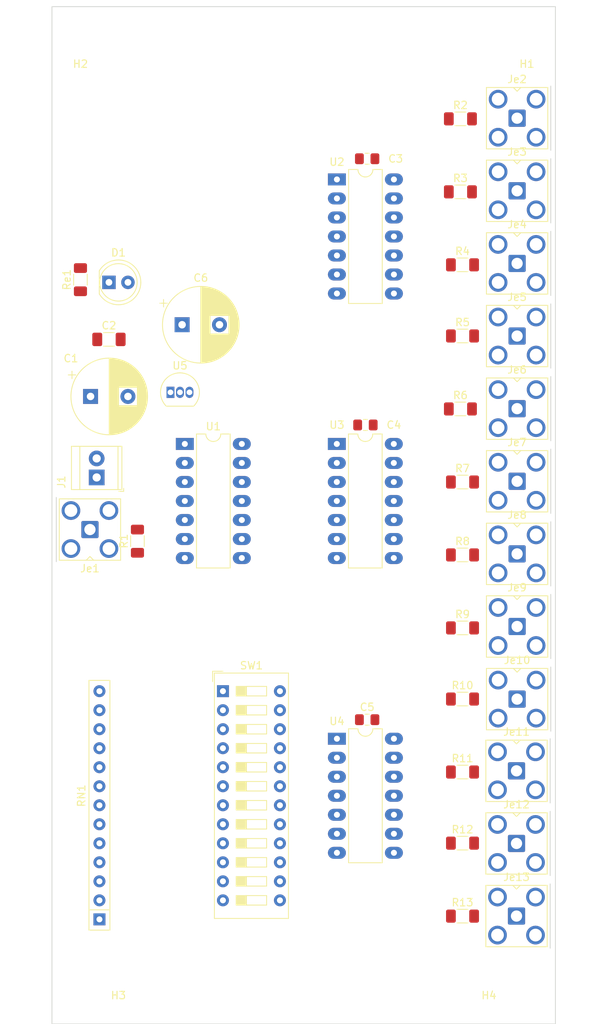
<source format=kicad_pcb>
(kicad_pcb (version 20221018) (generator pcbnew)
  (layers (0 "F.Cu" signal) (31 "B.Cu" signal) (34 "B.Paste" user) (35 "F.Paste" user) (36 "B.SilkS" user "B.Silkscreen") (37 "F.SilkS" user "F.Silkscreen") (38 "B.Mask" user) (39 "F.Mask" user) (44 "Edge.Cuts" user))
  (net 0 "")
  (net 1 "GND")
  (net 2 "VCC")
  (net 3 "IN")
  (net 4 "Net-(Je2-In)")
  (net 5 "Net-(Je3-In)")
  (net 6 "Net-(Je4-In)")
  (net 7 "Net-(Je5-In)")
  (net 8 "Net-(Je6-In)")
  (net 9 "Net-(Je7-In)")
  (net 10 "Net-(Je8-In)")
  (net 11 "Net-(Je9-In)")
  (net 12 "Net-(Je10-In)")
  (net 13 "Net-(Je11-In)")
  (net 14 "Net-(Je12-In)")
  (net 15 "Net-(Je13-In)")
  (net 16 "IN_0")
  (net 17 "IN_1")
  (net 18 "IN_2")
  (net 19 "IN_3")
  (net 20 "IN_4")
  (net 21 "IN_5")
  (net 22 "IN_6")
  (net 23 "IN_7")
  (net 24 "IN_8")
  (net 25 "IN_9")
  (net 26 "IN_10")
  (net 27 "IN_11")
  (net 28 "/4-bit fan-in-fan-out/In")
  (net 29 "/4-bit fan-in-fan-out2/In")
  (net 31 "/4-bit fan-in-fan-out1/In")
  (net 32 "Net-(D1-A)")
  (net 33 "EN_11")
  (net 34 "EN_10")
  (net 35 "EN_9")
  (net 36 "EN_8")
  (net 37 "EN_7")
  (net 38 "EN_6")
  (net 39 "EN_5")
  (net 40 "EN_4")
  (net 41 "EN_3")
  (net 42 "EN_2")
  (net 43 "EN_1")
  (net 44 "EN_0")
  (net 45 "+12V")
  (footprint "MountingHole:MountingHole_3.2mm_M3_ISO7380" (layer "F.Cu") (at 196.85 20.32 180)
    (fp_text reference "H1" (at 0 -3.85) (layer "F.SilkS"))
    (fp_text value "MountingHole")
    (pad "" np_thru_hole circle (at 0 0 180) (size 3.2 3.2) (drill 3.2) (layers "*.Cu" "*.Mask"))
  )
  (footprint "Capacitor_SMD:C_1206_3216Metric_Pad1.33x1.80mm_HandSolder" (layer "F.Cu") (at 140.97 60.96)
    (fp_text reference "C2" (at 0 -1.85) (layer "F.SilkS"))
    (fp_text value "10u")
    (pad "1" smd roundrect (at -1.5625 0) (size 1.325 1.8) (layers "F.Cu" "F.Paste" "F.Mask") (roundrect_rratio 0.188679) (net 45 "+12V"))
    (pad "2" smd roundrect (at 1.5625 0) (size 1.325 1.8) (layers "F.Cu" "F.Paste" "F.Mask") (roundrect_rratio 0.188679) (net 1 "GND"))
  )
  (footprint "Package_DIP:DIP-14_W7.62mm_LongPads" (layer "F.Cu") (at 171.435 74.925)
    (fp_text reference "U3" (at 0.015 -2.535) (layer "F.SilkS"))
    (fp_text value "74HC00")
    (pad "1" thru_hole rect (at 0 0) (size 2.4 1.6) (drill 0.8) (layers "*.Cu" "*.Mask") (net 31 "/4-bit fan-in-fan-out1/In"))
    (pad "2" thru_hole oval (at 0 2.54) (size 2.4 1.6) (drill 0.8) (layers "*.Cu" "*.Mask") (net 40 "EN_4"))
    (pad "3" thru_hole oval (at 0 5.08) (size 2.4 1.6) (drill 0.8) (layers "*.Cu" "*.Mask") (net 20 "IN_4"))
    (pad "4" thru_hole oval (at 0 7.62) (size 2.4 1.6) (drill 0.8) (layers "*.Cu" "*.Mask") (net 31 "/4-bit fan-in-fan-out1/In"))
    (pad "5" thru_hole oval (at 0 10.16) (size 2.4 1.6) (drill 0.8) (layers "*.Cu" "*.Mask") (net 39 "EN_5"))
    (pad "6" thru_hole oval (at 0 12.7) (size 2.4 1.6) (drill 0.8) (layers "*.Cu" "*.Mask") (net 21 "IN_5"))
    (pad "7" thru_hole oval (at 0 15.24) (size 2.4 1.6) (drill 0.8) (layers "*.Cu" "*.Mask") (net 1 "GND"))
    (pad "8" thru_hole oval (at 7.62 15.24) (size 2.4 1.6) (drill 0.8) (layers "*.Cu" "*.Mask") (net 23 "IN_7"))
    (pad "9" thru_hole oval (at 7.62 12.7) (size 2.4 1.6) (drill 0.8) (layers "*.Cu" "*.Mask") (net 31 "/4-bit fan-in-fan-out1/In"))
    (pad "10" thru_hole oval (at 7.62 10.16) (size 2.4 1.6) (drill 0.8) (layers "*.Cu" "*.Mask") (net 38 "EN_6"))
    (pad "11" thru_hole oval (at 7.62 7.62) (size 2.4 1.6) (drill 0.8) (layers "*.Cu" "*.Mask") (net 22 "IN_6"))
    (pad "12" thru_hole oval (at 7.62 5.08) (size 2.4 1.6) (drill 0.8) (layers "*.Cu" "*.Mask") (net 31 "/4-bit fan-in-fan-out1/In"))
    (pad "13" thru_hole oval (at 7.62 2.54) (size 2.4 1.6) (drill 0.8) (layers "*.Cu" "*.Mask") (net 37 "EN_7"))
    (pad "14" thru_hole oval (at 7.62 0) (size 2.4 1.6) (drill 0.8) (layers "*.Cu" "*.Mask") (net 2 "VCC"))
  )
  (footprint "Package_DIP:DIP-14_W7.62mm_LongPads" (layer "F.Cu") (at 171.45 114.3)
    (fp_text reference "U4" (at 0 -2.33) (layer "F.SilkS"))
    (fp_text value "74HC00")
    (pad "1" thru_hole rect (at 0 0) (size 2.4 1.6) (drill 0.8) (layers "*.Cu" "*.Mask") (net 29 "/4-bit fan-in-fan-out2/In"))
    (pad "2" thru_hole oval (at 0 2.54) (size 2.4 1.6) (drill 0.8) (layers "*.Cu" "*.Mask") (net 36 "EN_8"))
    (pad "3" thru_hole oval (at 0 5.08) (size 2.4 1.6) (drill 0.8) (layers "*.Cu" "*.Mask") (net 24 "IN_8"))
    (pad "4" thru_hole oval (at 0 7.62) (size 2.4 1.6) (drill 0.8) (layers "*.Cu" "*.Mask") (net 29 "/4-bit fan-in-fan-out2/In"))
    (pad "5" thru_hole oval (at 0 10.16) (size 2.4 1.6) (drill 0.8) (layers "*.Cu" "*.Mask") (net 35 "EN_9"))
    (pad "6" thru_hole oval (at 0 12.7) (size 2.4 1.6) (drill 0.8) (layers "*.Cu" "*.Mask") (net 25 "IN_9"))
    (pad "7" thru_hole oval (at 0 15.24) (size 2.4 1.6) (drill 0.8) (layers "*.Cu" "*.Mask") (net 1 "GND"))
    (pad "8" thru_hole oval (at 7.62 15.24) (size 2.4 1.6) (drill 0.8) (layers "*.Cu" "*.Mask") (net 27 "IN_11"))
    (pad "9" thru_hole oval (at 7.62 12.7) (size 2.4 1.6) (drill 0.8) (layers "*.Cu" "*.Mask") (net 29 "/4-bit fan-in-fan-out2/In"))
    (pad "10" thru_hole oval (at 7.62 10.16) (size 2.4 1.6) (drill 0.8) (layers "*.Cu" "*.Mask") (net 34 "EN_10"))
    (pad "11" thru_hole oval (at 7.62 7.62) (size 2.4 1.6) (drill 0.8) (layers "*.Cu" "*.Mask") (net 26 "IN_10"))
    (pad "12" thru_hole oval (at 7.62 5.08) (size 2.4 1.6) (drill 0.8) (layers "*.Cu" "*.Mask") (net 29 "/4-bit fan-in-fan-out2/In"))
    (pad "13" thru_hole oval (at 7.62 2.54) (size 2.4 1.6) (drill 0.8) (layers "*.Cu" "*.Mask") (net 33 "EN_11"))
    (pad "14" thru_hole oval (at 7.62 0) (size 2.4 1.6) (drill 0.8) (layers "*.Cu" "*.Mask") (net 2 "VCC"))
  )
  (footprint "Resistor_SMD:R_1206_3216Metric_Pad1.30x1.75mm_HandSolder" (layer "F.Cu") (at 188.24 60.5)
    (fp_text reference "R5" (at 0 -1.82) (layer "F.SilkS"))
    (fp_text value "50")
    (pad "1" smd roundrect (at -1.55 0) (size 1.3 1.75) (layers "F.Cu" "F.Paste" "F.Mask") (roundrect_rratio 0.192308) (net 19 "IN_3"))
    (pad "2" smd roundrect (at 1.55 0) (size 1.3 1.75) (layers "F.Cu" "F.Paste" "F.Mask") (roundrect_rratio 0.192308) (net 7 "Net-(Je5-In)"))
  )
  (footprint "Connector_Coaxial:SMA_Amphenol_901-143_Horizontal" (layer "F.Cu") (at 195.54 89.61 -90)
    (fp_text reference "Je8" (at -5.2 0) (layer "F.SilkS"))
    (fp_text value "Conn_Coaxial")
    (fp_line (start 4.3 -4.5) (end -4.3 -4.5) (stroke (width 0.1)) (layer "Edge.Cuts"))
    (pad "1" thru_hole roundrect (at 0 0 270) (size 2.3 2.3) (drill 1.5) (layers "*.Cu" "*.Mask") (roundrect_rratio 0.087) (net 10 "Net-(Je8-In)"))
    (pad "2" thru_hole circle (at -2.54 -2.54 270) (size 2.5 2.5) (drill 1.7) (layers "*.Cu" "*.Mask") (net 1 "GND"))
    (pad "2" thru_hole circle (at -2.54 2.54 270) (size 2.5 2.5) (drill 1.7) (layers "*.Cu" "*.Mask") (net 1 "GND"))
    (pad "2" thru_hole circle (at 2.54 -2.54 270) (size 2.5 2.5) (drill 1.7) (layers "*.Cu" "*.Mask") (net 1 "GND"))
    (pad "2" thru_hole circle (at 2.54 2.54 270) (size 2.5 2.5) (drill 1.7) (layers "*.Cu" "*.Mask") (net 1 "GND"))
  )
  (footprint "Resistor_SMD:R_1206_3216Metric_Pad1.30x1.75mm_HandSolder" (layer "F.Cu") (at 137.16 52.9825 90)
    (fp_text reference "Re1" (at 0 -1.82 90) (layer "F.SilkS"))
    (fp_text value "4.7k")
    (pad "1" smd roundrect (at -1.55 0 90) (size 1.3 1.75) (layers "F.Cu" "F.Paste" "F.Mask") (roundrect_rratio 0.192308) (net 32 "Net-(D1-A)"))
    (pad "2" smd roundrect (at 1.55 0 90) (size 1.3 1.75) (layers "F.Cu" "F.Paste" "F.Mask") (roundrect_rratio 0.192308) (net 2 "VCC"))
  )
  (footprint "Connector_Coaxial:SMA_Amphenol_901-143_Horizontal" (layer "F.Cu") (at 195.54 60.51 -90)
    (fp_text reference "Je5" (at -5.2 0) (layer "F.SilkS"))
    (fp_text value "Conn_Coaxial")
    (fp_line (start 4.3 -4.5) (end -4.3 -4.5) (stroke (width 0.1)) (layer "Edge.Cuts"))
    (pad "1" thru_hole roundrect (at 0 0 270) (size 2.3 2.3) (drill 1.5) (layers "*.Cu" "*.Mask") (roundrect_rratio 0.087) (net 7 "Net-(Je5-In)"))
    (pad "2" thru_hole circle (at -2.54 -2.54 270) (size 2.5 2.5) (drill 1.7) (layers "*.Cu" "*.Mask") (net 1 "GND"))
    (pad "2" thru_hole circle (at -2.54 2.54 270) (size 2.5 2.5) (drill 1.7) (layers "*.Cu" "*.Mask") (net 1 "GND"))
    (pad "2" thru_hole circle (at 2.54 -2.54 270) (size 2.5 2.5) (drill 1.7) (layers "*.Cu" "*.Mask") (net 1 "GND"))
    (pad "2" thru_hole circle (at 2.54 2.54 270) (size 2.5 2.5) (drill 1.7) (layers "*.Cu" "*.Mask") (net 1 "GND"))
  )
  (footprint "MountingHole:MountingHole_3.2mm_M3_ISO7380" (layer "F.Cu") (at 196.85 148.59 180)
    (fp_text reference "H4" (at 5.08 0) (layer "F.SilkS"))
    (fp_text value "MountingHole")
    (pad "" np_thru_hole circle (at 0 0 180) (size 3.2 3.2) (drill 3.2) (layers "*.Cu" "*.Mask"))
  )
  (footprint "Capacitor_THT:CP_Radial_D10.0mm_P5.00mm" (layer "F.Cu") (at 138.51 68.58)
    (fp_text reference "C1" (at -2.62 -5.08) (layer "F.SilkS"))
    (fp_text value "47u")
    (pad "1" thru_hole rect (at 0 0) (size 2 2) (drill 1) (layers "*.Cu" "*.Mask") (net 45 "+12V"))
    (pad "2" thru_hole circle (at 5 0) (size 2 2) (drill 1) (layers "*.Cu" "*.Mask") (net 1 "GND"))
  )
  (footprint "MountingHole:MountingHole_3.2mm_M3_ISO7380" (layer "F.Cu") (at 137.16 20.32 180)
    (fp_text reference "H2" (at 0 -3.85) (layer "F.SilkS"))
    (fp_text value "MountingHole")
    (pad "" np_thru_hole circle (at 0 0 180) (size 3.2 3.2) (drill 3.2) (layers "*.Cu" "*.Mask"))
  )
  (footprint "Resistor_SMD:R_1206_3216Metric_Pad1.30x1.75mm_HandSolder" (layer "F.Cu") (at 188.24 128.25)
    (fp_text reference "R12" (at 0 -1.82) (layer "F.SilkS"))
    (fp_text value "50")
    (pad "1" smd roundrect (at -1.55 0) (size 1.3 1.75) (layers "F.Cu" "F.Paste" "F.Mask") (roundrect_rratio 0.192308) (net 26 "IN_10"))
    (pad "2" smd roundrect (at 1.55 0) (size 1.3 1.75) (layers "F.Cu" "F.Paste" "F.Mask") (roundrect_rratio 0.192308) (net 14 "Net-(Je12-In)"))
  )
  (footprint "Connector_Coaxial:SMA_Amphenol_901-143_Horizontal" (layer "F.Cu") (at 195.54 79.91 -90)
    (fp_text reference "Je7" (at -5.2 0) (layer "F.SilkS"))
    (fp_text value "Conn_Coaxial")
    (fp_line (start 4.3 -4.5) (end -4.3 -4.5) (stroke (width 0.1)) (layer "Edge.Cuts"))
    (pad "1" thru_hole roundrect (at 0 0 270) (size 2.3 2.3) (drill 1.5) (layers "*.Cu" "*.Mask") (roundrect_rratio 0.087) (net 9 "Net-(Je7-In)"))
    (pad "2" thru_hole circle (at -2.54 -2.54 270) (size 2.5 2.5) (drill 1.7) (layers "*.Cu" "*.Mask") (net 1 "GND"))
    (pad "2" thru_hole circle (at -2.54 2.54 270) (size 2.5 2.5) (drill 1.7) (layers "*.Cu" "*.Mask") (net 1 "GND"))
    (pad "2" thru_hole circle (at 2.54 -2.54 270) (size 2.5 2.5) (drill 1.7) (layers "*.Cu" "*.Mask") (net 1 "GND"))
    (pad "2" thru_hole circle (at 2.54 2.54 270) (size 2.5 2.5) (drill 1.7) (layers "*.Cu" "*.Mask") (net 1 "GND"))
  )
  (footprint "Resistor_SMD:R_1206_3216Metric_Pad1.30x1.75mm_HandSolder" (layer "F.Cu") (at 144.78 87.91 90)
    (fp_text reference "R1" (at 0 -1.82 90) (layer "F.SilkS"))
    (fp_text value "50")
    (pad "1" smd roundrect (at -1.55 0 90) (size 1.3 1.75) (layers "F.Cu" "F.Paste" "F.Mask") (roundrect_rratio 0.192308) (net 1 "GND"))
    (pad "2" smd roundrect (at 1.55 0 90) (size 1.3 1.75) (layers "F.Cu" "F.Paste" "F.Mask") (roundrect_rratio 0.192308) (net 3 "IN"))
  )
  (footprint "Resistor_SMD:R_1206_3216Metric_Pad1.30x1.75mm_HandSolder" (layer "F.Cu") (at 188.24 138)
    (fp_text reference "R13" (at 0 -1.82) (layer "F.SilkS"))
    (fp_text value "50")
    (pad "1" smd roundrect (at -1.55 0) (size 1.3 1.75) (layers "F.Cu" "F.Paste" "F.Mask") (roundrect_rratio 0.192308) (net 27 "IN_11"))
    (pad "2" smd roundrect (at 1.55 0) (size 1.3 1.75) (layers "F.Cu" "F.Paste" "F.Mask") (roundrect_rratio 0.192308) (net 15 "Net-(Je13-In)"))
  )
  (footprint "Connector_Coaxial:SMA_Amphenol_901-143_Horizontal" (layer "F.Cu") (at 195.46 137.99 -90)
    (fp_text reference "Je13" (at -5.2 0) (layer "F.SilkS"))
    (fp_text value "Conn_Coaxial")
    (fp_line (start 4.3 -4.5) (end -4.3 -4.5) (stroke (width 0.1)) (layer "Edge.Cuts"))
    (pad "1" thru_hole roundrect (at 0 0 270) (size 2.3 2.3) (drill 1.5) (layers "*.Cu" "*.Mask") (roundrect_rratio 0.087) (net 15 "Net-(Je13-In)"))
    (pad "2" thru_hole circle (at -2.54 -2.54 270) (size 2.5 2.5) (drill 1.7) (layers "*.Cu" "*.Mask") (net 1 "GND"))
    (pad "2" thru_hole circle (at -2.54 2.54 270) (size 2.5 2.5) (drill 1.7) (layers "*.Cu" "*.Mask") (net 1 "GND"))
    (pad "2" thru_hole circle (at 2.54 -2.54 270) (size 2.5 2.5) (drill 1.7) (layers "*.Cu" "*.Mask") (net 1 "GND"))
    (pad "2" thru_hole circle (at 2.54 2.54 270) (size 2.5 2.5) (drill 1.7) (layers "*.Cu" "*.Mask") (net 1 "GND"))
  )
  (footprint "Package_TO_SOT_THT:TO-92_Inline" (layer "F.Cu") (at 149.195354 68.03)
    (fp_text reference "U5" (at 1.27 -3.56) (layer "F.SilkS"))
    (fp_text value "LM78L05_TO92")
    (pad "1" thru_hole rect (at 0 0) (size 1.05 1.5) (drill 0.75) (layers "*.Cu" "*.Mask") (net 2 "VCC"))
    (pad "2" thru_hole oval (at 1.27 0) (size 1.05 1.5) (drill 0.75) (layers "*.Cu" "*.Mask") (net 1 "GND"))
    (pad "3" thru_hole oval (at 2.54 0) (size 1.05 1.5) (drill 0.75) (layers "*.Cu" "*.Mask") (net 45 "+12V"))
  )
  (footprint "Resistor_SMD:R_1206_3216Metric_Pad1.30x1.75mm_HandSolder" (layer "F.Cu") (at 188.24 80.01)
    (fp_text reference "R7" (at 0 -1.82) (layer "F.SilkS"))
    (fp_text value "50")
    (pad "1" smd roundrect (at -1.55 0) (size 1.3 1.75) (layers "F.Cu" "F.Paste" "F.Mask") (roundrect_rratio 0.192308) (net 21 "IN_5"))
    (pad "2" smd roundrect (at 1.55 0) (size 1.3 1.75) (layers "F.Cu" "F.Paste" "F.Mask") (roundrect_rratio 0.192308) (net 9 "Net-(Je7-In)"))
  )
  (footprint "Connector_Coaxial:SMA_Amphenol_901-143_Horizontal" (layer "F.Cu") (at 195.54 70.21 -90)
    (fp_text reference "Je6" (at -5.2 0) (layer "F.SilkS"))
    (fp_text value "Conn_Coaxial")
    (fp_line (start 4.3 -4.5) (end -4.3 -4.5) (stroke (width 0.1)) (layer "Edge.Cuts"))
    (pad "1" thru_hole roundrect (at 0 0 270) (size 2.3 2.3) (drill 1.5) (layers "*.Cu" "*.Mask") (roundrect_rratio 0.087) (net 8 "Net-(Je6-In)"))
    (pad "2" thru_hole circle (at -2.54 -2.54 270) (size 2.5 2.5) (drill 1.7) (layers "*.Cu" "*.Mask") (net 1 "GND"))
    (pad "2" thru_hole circle (at -2.54 2.54 270) (size 2.5 2.5) (drill 1.7) (layers "*.Cu" "*.Mask") (net 1 "GND"))
    (pad "2" thru_hole circle (at 2.54 -2.54 270) (size 2.5 2.5) (drill 1.7) (layers "*.Cu" "*.Mask") (net 1 "GND"))
    (pad "2" thru_hole circle (at 2.54 2.54 270) (size 2.5 2.5) (drill 1.7) (layers "*.Cu" "*.Mask") (net 1 "GND"))
  )
  (footprint "Capacitor_THT:CP_Radial_D10.0mm_P5.00mm" (layer "F.Cu") (at 150.75 59)
    (fp_text reference "C6" (at 2.5 -6.25) (layer "F.SilkS"))
    (fp_text value "47u")
    (pad "1" thru_hole rect (at 0 0) (size 2 2) (drill 1) (layers "*.Cu" "*.Mask") (net 2 "VCC"))
    (pad "2" thru_hole circle (at 5 0) (size 2 2) (drill 1) (layers "*.Cu" "*.Mask") (net 1 "GND"))
  )
  (footprint "Package_DIP:DIP-14_W7.62mm_LongPads" (layer "F.Cu") (at 171.45 39.59)
    (fp_text reference "U2" (at 0 -2.33) (layer "F.SilkS"))
    (fp_text value "74HC00")
    (pad "1" thru_hole rect (at 0 0) (size 2.4 1.6) (drill 0.8) (layers "*.Cu" "*.Mask") (net 28 "/4-bit fan-in-fan-out/In"))
    (pad "2" thru_hole oval (at 0 2.54) (size 2.4 1.6) (drill 0.8) (layers "*.Cu" "*.Mask") (net 44 "EN_0"))
    (pad "3" thru_hole oval (at 0 5.08) (size 2.4 1.6) (drill 0.8) (layers "*.Cu" "*.Mask") (net 16 "IN_0"))
    (pad "4" thru_hole oval (at 0 7.62) (size 2.4 1.6) (drill 0.8) (layers "*.Cu" "*.Mask") (net 28 "/4-bit fan-in-fan-out/In"))
    (pad "5" thru_hole oval (at 0 10.16) (size 2.4 1.6) (drill 0.8) (layers "*.Cu" "*.Mask") (net 43 "EN_1"))
    (pad "6" thru_hole oval (at 0 12.7) (size 2.4 1.6) (drill 0.8) (layers "*.Cu" "*.Mask") (net 17 "IN_1"))
    (pad "7" thru_hole oval (at 0 15.24) (size 2.4 1.6) (drill 0.8) (layers "*.Cu" "*.Mask") (net 1 "GND"))
    (pad "8" thru_hole oval (at 7.62 15.24) (size 2.4 1.6) (drill 0.8) (layers "*.Cu" "*.Mask") (net 19 "IN_3"))
    (pad "9" thru_hole oval (at 7.62 12.7) (size 2.4 1.6) (drill 0.8) (layers "*.Cu" "*.Mask") (net 28 "/4-bit fan-in-fan-out/In"))
    (pad "10" thru_hole oval (at 7.62 10.16) (size 2.4 1.6) (drill 0.8) (layers "*.Cu" "*.Mask") (net 42 "EN_2"))
    (pad "11" thru_hole oval (at 7.62 7.62) (size 2.4 1.6) (drill 0.8) (layers "*.Cu" "*.Mask") (net 18 "IN_2"))
    (pad "12" thru_hole oval (at 7.62 5.08) (size 2.4 1.6) (drill 0.8) (layers "*.Cu" "*.Mask") (net 28 "/4-bit fan-in-fan-out/In"))
    (pad "13" thru_hole oval (at 7.62 2.54) (size 2.4 1.6) (drill 0.8) (layers "*.Cu" "*.Mask") (net 41 "EN_3"))
    (pad "14" thru_hole oval (at 7.62 0) (size 2.4 1.6) (drill 0.8) (layers "*.Cu" "*.Mask") (net 2 "VCC"))
  )
  (footprint "Connector_Coaxial:SMA_Amphenol_901-143_Horizontal" (layer "F.Cu") (at 195.54 50.81 -90)
    (fp_text reference "Je4" (at -5.2 0) (layer "F.SilkS"))
    (fp_text value "Conn_Coaxial")
    (fp_line (start 4.3 -4.5) (end -4.3 -4.5) (stroke (width 0.1)) (layer "Edge.Cuts"))
    (pad "1" thru_hole roundrect (at 0 0 270) (size 2.3 2.3) (drill 1.5) (layers "*.Cu" "*.Mask") (roundrect_rratio 0.087) (net 6 "Net-(Je4-In)"))
    (pad "2" thru_hole circle (at -2.54 -2.54 270) (size 2.5 2.5) (drill 1.7) (layers "*.Cu" "*.Mask") (net 1 "GND"))
    (pad "2" thru_hole circle (at -2.54 2.54 270) (size 2.5 2.5) (drill 1.7) (layers "*.Cu" "*.Mask") (net 1 "GND"))
    (pad "2" thru_hole circle (at 2.54 -2.54 270) (size 2.5 2.5) (drill 1.7) (layers "*.Cu" "*.Mask") (net 1 "GND"))
    (pad "2" thru_hole circle (at 2.54 2.54 270) (size 2.5 2.5) (drill 1.7) (layers "*.Cu" "*.Mask") (net 1 "GND"))
  )
  (footprint "TerminalBlock_TE-Connectivity:TerminalBlock_TE_282834-2_1x02_P2.54mm_Horizontal" (layer "F.Cu") (at 139.33 79.4 90)
    (fp_text reference "J1" (at -0.61 -4.71 90) (layer "F.SilkS"))
    (fp_text value "Screw_Terminal_01x02")
    (pad "1" thru_hole rect (at 0 0 90) (size 2.1 2.1) (drill 1.1) (layers "*.Cu" "*.Mask") (net 1 "GND"))
    (pad "2" thru_hole circle (at 2.54 0 90) (size 2.1 2.1) (drill 1.1) (layers "*.Cu" "*.Mask") (net 45 "+12V"))
  )
  (footprint "Resistor_SMD:R_1206_3216Metric_Pad1.30x1.75mm_HandSolder" (layer "F.Cu") (at 188.24 51)
    (fp_text reference "R4" (at 0 -1.82) (layer "F.SilkS"))
    (fp_text value "50")
    (pad "1" smd roundrect (at -1.55 0) (size 1.3 1.75) (layers "F.Cu" "F.Paste" "F.Mask") (roundrect_rratio 0.192308) (net 18 "IN_2"))
    (pad "2" smd roundrect (at 1.55 0) (size 1.3 1.75) (layers "F.Cu" "F.Paste" "F.Mask") (roundrect_rratio 0.192308) (net 6 "Net-(Je4-In)"))
  )
  (footprint "Connector_Coaxial:SMA_Amphenol_901-143_Horizontal" (layer "F.Cu") (at 195.46 128.29 -90)
    (fp_text reference "Je12" (at -5.2 0) (layer "F.SilkS"))
    (fp_text value "Conn_Coaxial")
    (fp_line (start 4.3 -4.5) (end -4.3 -4.5) (stroke (width 0.1)) (layer "Edge.Cuts"))
    (pad "1" thru_hole roundrect (at 0 0 270) (size 2.3 2.3) (drill 1.5) (layers "*.Cu" "*.Mask") (roundrect_rratio 0.087) (net 14 "Net-(Je12-In)"))
    (pad "2" thru_hole circle (at -2.54 -2.54 270) (size 2.5 2.5) (drill 1.7) (layers "*.Cu" "*.Mask") (net 1 "GND"))
    (pad "2" thru_hole circle (at -2.54 2.54 270) (size 2.5 2.5) (drill 1.7) (layers "*.Cu" "*.Mask") (net 1 "GND"))
    (pad "2" thru_hole circle (at 2.54 -2.54 270) (size 2.5 2.5) (drill 1.7) (layers "*.Cu" "*.Mask") (net 1 "GND"))
    (pad "2" thru_hole circle (at 2.54 2.54 270) (size 2.5 2.5) (drill 1.7) (layers "*.Cu" "*.Mask") (net 1 "GND"))
  )
  (footprint "Resistor_SMD:R_1206_3216Metric_Pad1.30x1.75mm_HandSolder" (layer "F.Cu") (at 188.24 109)
    (fp_text reference "R10" (at 0 -1.82) (layer "F.SilkS"))
    (fp_text value "50")
    (pad "1" smd roundrect (at -1.55 0) (size 1.3 1.75) (layers "F.Cu" "F.Paste" "F.Mask") (roundrect_rratio 0.192308) (net 24 "IN_8"))
    (pad "2" smd roundrect (at 1.55 0) (size 1.3 1.75) (layers "F.Cu" "F.Paste" "F.Mask") (roundrect_rratio 0.192308) (net 12 "Net-(Je10-In)"))
  )
  (footprint "Connector_Coaxial:SMA_Amphenol_901-143_Horizontal" (layer "F.Cu") (at 195.54 41.11 -90)
    (fp_text reference "Je3" (at -5.2 0) (layer "F.SilkS"))
    (fp_text value "Conn_Coaxial")
    (fp_line (start 4.3 -4.5) (end -4.3 -4.5) (stroke (width 0.1)) (layer "Edge.Cuts"))
    (pad "1" thru_hole roundrect (at 0 0 270) (size 2.3 2.3) (drill 1.5) (layers "*.Cu" "*.Mask") (roundrect_rratio 0.087) (net 5 "Net-(Je3-In)"))
    (pad "2" thru_hole circle (at -2.54 -2.54 270) (size 2.5 2.5) (drill 1.7) (layers "*.Cu" "*.Mask") (net 1 "GND"))
    (pad "2" thru_hole circle (at -2.54 2.54 270) (size 2.5 2.5) (drill 1.7) (layers "*.Cu" "*.Mask") (net 1 "GND"))
    (pad "2" thru_hole circle (at 2.54 -2.54 270) (size 2.5 2.5) (drill 1.7) (layers "*.Cu" "*.Mask") (net 1 "GND"))
    (pad "2" thru_hole circle (at 2.54 2.54 270) (size 2.5 2.5) (drill 1.7) (layers "*.Cu" "*.Mask") (net 1 "GND"))
  )
  (footprint "Resistor_SMD:R_1206_3216Metric_Pad1.30x1.75mm_HandSolder" (layer "F.Cu") (at 188.24 118.75)
    (fp_text reference "R11" (at 0 -1.82) (layer "F.SilkS"))
    (fp_text value "50")
    (pad "1" smd roundrect (at -1.55 0) (size 1.3 1.75) (layers "F.Cu" "F.Paste" "F.Mask") (roundrect_rratio 0.192308) (net 25 "IN_9"))
    (pad "2" smd roundrect (at 1.55 0) (size 1.3 1.75) (layers "F.Cu" "F.Paste" "F.Mask") (roundrect_rratio 0.192308) (net 13 "Net-(Je11-In)"))
  )
  (footprint "Resistor_THT:R_Array_SIP13" (layer "F.Cu") (at 139.7 138.43 90)
    (fp_text reference "RN1" (at 16.51 -2.4 90) (layer "F.SilkS"))
    (fp_text value "1K")
    (pad "1" thru_hole rect (at 0 0 90) (size 1.6 1.6) (drill 0.8) (layers "*.Cu" "*.Mask") (net 2 "VCC"))
    (pad "2" thru_hole oval (at 2.54 0 90) (size 1.6 1.6) (drill 0.8) (layers "*.Cu" "*.Mask") (net 33 "EN_11"))
    (pad "3" thru_hole oval (at 5.08 0 90) (size 1.6 1.6) (drill 0.8) (layers "*.Cu" "*.Mask") (net 34 "EN_10"))
    (pad "4" thru_hole oval (at 7.62 0 90) (size 1.6 1.6) (drill 0.8) (layers "*.Cu" "*.Mask") (net 35 "EN_9"))
    (pad "5" thru_hole oval (at 10.16 0 90) (size 1.6 1.6) (drill 0.8) (layers "*.Cu" "*.Mask") (net 36 "EN_8"))
    (pad "6" thru_hole oval (at 12.7 0 90) (size 1.6 1.6) (drill 0.8) (layers "*.Cu" "*.Mask") (net 37 "EN_7"))
    (pad "7" thru_hole oval (at 15.24 0 90) (size 1.6 1.6) (drill 0.8) (layers "*.Cu" "*.Mask") (net 38 "EN_6"))
    (pad "8" thru_hole oval (at 17.78 0 90) (size 1.6 1.6) (drill 0.8) (layers "*.Cu" "*.Mask") (net 39 "EN_5"))
    (pad "9" thru_hole oval (at 20.32 0 90) (size 1.6 1.6) (drill 0.8) (layers "*.Cu" "*.Mask") (net 40 "EN_4"))
    (pad "10" thru_hole oval (at 22.86 0 90) (size 1.6 1.6) (drill 0.8) (layers "*.Cu" "*.Mask") (net 41 "EN_3"))
    (pad "11" thru_hole oval (at 25.4 0 90) (size 1.6 1.6) (drill 0.8) (layers "*.Cu" "*.Mask") (net 42 "EN_2"))
    (pad "12" thru_hole oval (at 27.94 0 90) (size 1.6 1.6) (drill 0.8) (layers "*.Cu" "*.Mask") (net 43 "EN_1"))
    (pad "13" thru_hole oval (at 30.48 0 90) (size 1.6 1.6) (drill 0.8) (layers "*.Cu" "*.Mask") (net 44 "EN_0"))
  )
  (footprint "Resistor_SMD:R_1206_3216Metric_Pad1.30x1.75mm_HandSolder" (layer "F.Cu") (at 187.96 70.25)
    (fp_text reference "R6" (at 0 -1.82) (layer "F.SilkS"))
    (fp_text value "50")
    (pad "1" smd roundrect (at -1.55 0) (size 1.3 1.75) (layers "F.Cu" "F.Paste" "F.Mask") (roundrect_rratio 0.192308) (net 20 "IN_4"))
    (pad "2" smd roundrect (at 1.55 0) (size 1.3 1.75) (layers "F.Cu" "F.Paste" "F.Mask") (roundrect_rratio 0.192308) (net 8 "Net-(Je6-In)"))
  )
  (footprint "Connector_Coaxial:SMA_Amphenol_901-143_Horizontal" (layer "F.Cu") (at 195.54 99.31 -90)
    (fp_text reference "Je9" (at -5.2 0) (layer "F.SilkS"))
    (fp_text value "Conn_Coaxial")
    (fp_line (start 4.3 -4.5) (end -4.3 -4.5) (stroke (width 0.1)) (layer "Edge.Cuts"))
    (pad "1" thru_hole roundrect (at 0 0 270) (size 2.3 2.3) (drill 1.5) (layers "*.Cu" "*.Mask") (roundrect_rratio 0.087) (net 11 "Net-(Je9-In)"))
    (pad "2" thru_hole circle (at -2.54 -2.54 270) (size 2.5 2.5) (drill 1.7) (layers "*.Cu" "*.Mask") (net 1 "GND"))
    (pad "2" thru_hole circle (at -2.54 2.54 270) (size 2.5 2.5) (drill 1.7) (layers "*.Cu" "*.Mask") (net 1 "GND"))
    (pad "2" thru_hole circle (at 2.54 -2.54 270) (size 2.5 2.5) (drill 1.7) (layers "*.Cu" "*.Mask") (net 1 "GND"))
    (pad "2" thru_hole circle (at 2.54 2.54 270) (size 2.5 2.5) (drill 1.7) (layers "*.Cu" "*.Mask") (net 1 "GND"))
  )
  (footprint "LED_THT:LED_D5.0mm_IRGrey" (layer "F.Cu") (at 140.97 53.34)
    (fp_text reference "D1" (at 1.27 -3.96) (layer "F.SilkS"))
    (fp_text value "LED")
    (pad "1" thru_hole rect (at 0 0) (size 1.8 1.8) (drill 0.9) (layers "*.Cu" "*.Mask") (net 1 "GND"))
    (pad "2" thru_hole circle (at 2.54 0) (size 1.8 1.8) (drill 0.9) (layers "*.Cu" "*.Mask") (net 32 "Net-(D1-A)"))
  )
  (footprint "Resistor_SMD:R_1206_3216Metric_Pad1.30x1.75mm_HandSolder" (layer "F.Cu") (at 187.96 31.5)
    (fp_text reference "R2" (at 0 -1.82) (layer "F.SilkS"))
    (fp_text value "50")
    (pad "1" smd roundrect (at -1.55 0) (size 1.3 1.75) (layers "F.Cu" "F.Paste" "F.Mask") (roundrect_rratio 0.192308) (net 16 "IN_0"))
    (pad "2" smd roundrect (at 1.55 0) (size 1.3 1.75) (layers "F.Cu" "F.Paste" "F.Mask") (roundrect_rratio 0.192308) (net 4 "Net-(Je2-In)"))
  )
  (footprint "Resistor_SMD:R_1206_3216Metric_Pad1.30x1.75mm_HandSolder" (layer "F.Cu") (at 188.24 89.75)
    (fp_text reference "R8" (at 0 -1.82) (layer "F.SilkS"))
    (fp_text value "50")
    (pad "1" smd roundrect (at -1.55 0) (size 1.3 1.75) (layers "F.Cu" "F.Paste" "F.Mask") (roundrect_rratio 0.192308) (net 22 "IN_6"))
    (pad "2" smd roundrect (at 1.55 0) (size 1.3 1.75) (layers "F.Cu" "F.Paste" "F.Mask") (roundrect_rratio 0.192308) (net 10 "Net-(Je8-In)"))
  )
  (footprint "MountingHole:MountingHole_3.2mm_M3_ISO7380" (layer "F.Cu") (at 137.16 148.59 180)
    (fp_text reference "H3" (at -5.08 0) (layer "F.SilkS"))
    (fp_text value "MountingHole")
    (pad "" np_thru_hole circle (at 0 0 180) (size 3.2 3.2) (drill 3.2) (layers "*.Cu" "*.Mask"))
  )
  (footprint "Connector_Coaxial:SMA_Amphenol_901-143_Horizontal" (layer "F.Cu") (at 195.54 109.01 -90)
    (fp_text reference "Je10" (at -5.2 0) (layer "F.SilkS"))
    (fp_text value "Conn_Coaxial")
    (fp_line (start 4.3 -4.5) (end -4.3 -4.5) (stroke (width 0.1)) (layer "Edge.Cuts"))
    (pad "1" thru_hole roundrect (at 0 0 270) (size 2.3 2.3) (drill 1.5) (layers "*.Cu" "*.Mask") (roundrect_rratio 0.087) (net 12 "Net-(Je10-In)"))
    (pad "2" thru_hole circle (at -2.54 -2.54 270) (size 2.5 2.5) (drill 1.7) (layers "*.Cu" "*.Mask") (net 1 "GND"))
    (pad "2" thru_hole circle (at -2.54 2.54 270) (size 2.5 2.5) (drill 1.7) (layers "*.Cu" "*.Mask") (net 1 "GND"))
    (pad "2" thru_hole circle (at 2.54 -2.54 270) (size 2.5 2.5) (drill 1.7) (layers "*.Cu" "*.Mask") (net 1 "GND"))
    (pad "2" thru_hole circle (at 2.54 2.54 270) (size 2.5 2.5) (drill 1.7) (layers "*.Cu" "*.Mask") (net 1 "GND"))
  )
  (footprint "Button_Switch_THT:SW_DIP_SPSTx12_Slide_9.78x32.66mm_W7.62mm_P2.54mm" (layer "F.Cu") (at 156.21 107.95)
    (fp_text reference "SW1" (at 3.81 -3.42) (layer "F.SilkS"))
    (fp_text value "SW_DIP_x12")
    (pad "1" thru_hole rect (at 0 0) (size 1.6 1.6) (drill 0.8) (layers "*.Cu" "*.Mask") (net 44 "EN_0"))
    (pad "2" thru_hole oval (at 0 2.54) (size 1.6 1.6) (drill 0.8) (layers "*.Cu" "*.Mask") (net 43 "EN_1"))
    (pad "3" thru_hole oval (at 0 5.08) (size 1.6 1.6) (drill 0.8) (layers "*.Cu" "*.Mask") (net 42 "EN_2"))
    (pad "4" thru_hole oval (at 0 7.62) (size 1.6 1.6) (drill 0.8) (layers "*.Cu" "*.Mask") (net 41 "EN_3"))
    (pad "5" thru_hole oval (at 0 10.16) (size 1.6 1.6) (drill 0.8) (layers "*.Cu" "*.Mask") (net 40 "EN_4"))
    (pad "6" thru_hole oval (at 0 12.7) (size 1.6 1.6) (drill 0.8) (layers "*.Cu" "*.Mask") (net 39 "EN_5"))
    (pad "7" thru_hole oval (at 0 15.24) (size 1.6 1.6) (drill 0.8) (layers "*.Cu" "*.Mask") (net 38 "EN_6"))
    (pad "8" thru_hole oval (at 0 17.78) (size 1.6 1.6) (drill 0.8) (layers "*.Cu" "*.Mask") (net 37 "EN_7"))
    (pad "9" thru_hole oval (at 0 20.32) (size 1.6 1.6) (drill 0.8) (layers "*.Cu" "*.Mask") (net 36 "EN_8"))
    (pad "10" thru_hole oval (at 0 22.86) (size 1.6 1.6) (drill 0.8) (layers "*.Cu" "*.Mask") (net 35 "EN_9"))
    (pad "11" thru_hole oval (at 0 25.4) (size 1.6 1.6) (drill 0.8) (layers "*.Cu" "*.Mask") (net 34 "EN_10"))
    (pad "12" thru_hole oval (at 0 27.94) (size 1.6 1.6) (drill 0.8) (layers "*.Cu" "*.Mask") (net 33 "EN_11"))
    (pad "13" thru_hole oval (at 7.62 27.94) (size 1.6 1.6) (drill 0.8) (layers "*.Cu" "*.Mask") (net 1 "GND"))
    (pad "14" thru_hole oval (at 7.62 25.4) (size 1.6 1.6) (drill 0.8) (layers "*.Cu" "*.Mask") (net 1 "GND"))
    (pad "15" thru_hole oval (at 7.62 22.86) (size 1.6 1.6) (drill 0.8) (layers "*.Cu" "*.Mask") (net 1 "GND"))
    (pad "16" thru_hole oval (at 7.62 20.32) (size 1.6 1.6) (drill 0.8) (layers "*.Cu" "*.Mask") (net 1 "GND"))
    (pad "17" thru_hole oval (at 7.62 17.78) (size 1.6 1.6) (drill 0.8) (layers "*.Cu" "*.Mask") (net 1 "GND"))
    (pad "18" thru_hole oval (at 7.62 15.24) (size 1.6 1.6) (drill 0.8) (layers "*.Cu" "*.Mask") (net 1 "GND"))
    (pad "19" thru_hole oval (at 7.62 12.7) (size 1.6 1.6) (drill 0.8) (layers "*.Cu" "*.Mask") (net 1 "GND"))
    (pad "20" thru_hole oval (at 7.62 10.16) (size 1.6 1.6) (drill 0.8) (layers "*.Cu" "*.Mask") (net 1 "GND"))
    (pad "21" thru_hole oval (at 7.62 7.62) (size 1.6 1.6) (drill 0.8) (layers "*.Cu" "*.Mask") (net 1 "GND"))
    (pad "22" thru_hole oval (at 7.62 5.08) (size 1.6 1.6) (drill 0.8) (layers "*.Cu" "*.Mask") (net 1 "GND"))
    (pad "23" thru_hole oval (at 7.62 2.54) (size 1.6 1.6) (drill 0.8) (layers "*.Cu" "*.Mask") (net 1 "GND"))
    (pad "24" thru_hole oval (at 7.62 0) (size 1.6 1.6) (drill 0.8) (layers "*.Cu" "*.Mask") (net 1 "GND"))
  )
  (footprint "Capacitor_SMD:C_0805_2012Metric_Pad1.18x1.45mm_HandSolder" (layer "F.Cu") (at 175.26 72.39)
    (fp_text reference "C4" (at 3.81 0) (layer "F.SilkS"))
    (fp_text value "100n")
    (pad "1" smd roundrect (at -1.0375 0) (size 1.175 1.45) (layers "F.Cu" "F.Paste" "F.Mask") (roundrect_rratio 0.212766) (net 2 "VCC"))
    (pad "2" smd roundrect (at 1.0375 0) (size 1.175 1.45) (layers "F.Cu" "F.Paste" "F.Mask") (roundrect_rratio 0.212766) (net 1 "GND"))
  )
  (footprint "Capacitor_SMD:C_0805_2012Metric_Pad1.18x1.45mm_HandSolder" (layer "F.Cu") (at 175.4925 36.83 180)
    (fp_text reference "C3" (at -3.81 0) (layer "F.SilkS"))
    (fp_text value "100n")
    (pad "1" smd roundrect (at -1.0375 0 180) (size 1.175 1.45) (layers "F.Cu" "F.Paste" "F.Mask") (roundrect_rratio 0.212766) (net 2 "VCC"))
    (pad "2" smd roundrect (at 1.0375 0 180) (size 1.175 1.45) (layers "F.Cu" "F.Paste" "F.Mask") (roundrect_rratio 0.212766) (net 1 "GND"))
  )
  (footprint "Capacitor_SMD:C_0805_2012Metric_Pad1.18x1.45mm_HandSolder" (layer "F.Cu") (at 175.4925 111.76)
    (fp_text reference "C5" (at 0 -1.68) (layer "F.SilkS"))
    (fp_text value "100n")
    (pad "1" smd roundrect (at -1.0375 0) (size 1.175 1.45) (layers "F.Cu" "F.Paste" "F.Mask") (roundrect_rratio 0.212766) (net 2 "VCC"))
    (pad "2" smd roundrect (at 1.0375 0) (size 1.175 1.45) (layers "F.Cu" "F.Paste" "F.Mask") (roundrect_rratio 0.212766) (net 1 "GND"))
  )
  (footprint "Resistor_SMD:R_1206_3216Metric_Pad1.30x1.75mm_HandSolder" (layer "F.Cu") (at 188.24 99.5)
    (fp_text reference "R9" (at 0 -1.82) (layer "F.SilkS"))
    (fp_text value "50")
    (pad "1" smd roundrect (at -1.55 0) (size 1.3 1.75) (layers "F.Cu" "F.Paste" "F.Mask") (roundrect_rratio 0.192308) (net 23 "IN_7"))
    (pad "2" smd roundrect (at 1.55 0) (size 1.3 1.75) (layers "F.Cu" "F.Paste" "F.Mask") (roundrect_rratio 0.192308) (net 11 "Net-(Je9-In)"))
  )
  (footprint "Connector_Coaxial:SMA_Amphenol_901-143_Horizontal" (layer "F.Cu") (at 138.43 86.36 90)
    (fp_text reference "Je1" (at -5.2 0) (layer "F.SilkS"))
    (fp_text value "Conn_Coaxial")
    (fp_line (start 4.3 -4.5) (end -4.3 -4.5) (stroke (width 0.1)) (layer "Edge.Cuts"))
    (pad "1" thru_hole roundrect (at 0 0 90) (size 2.3 2.3) (drill 1.5) (layers "*.Cu" "*.Mask") (roundrect_rratio 0.087) (net 3 "IN"))
    (pad "2" thru_hole circle (at -2.54 -2.54 90) (size 2.5 2.5) (drill 1.7) (layers "*.Cu" "*.Mask") (net 1 "GND"))
    (pad "2" thru_hole circle (at -2.54 2.54 90) (size 2.5 2.5) (drill 1.7) (layers "*.Cu" "*.Mask") (net 1 "GND"))
    (pad "2" thru_hole circle (at 2.54 -2.54 90) (size 2.5 2.5) (drill 1.7) (layers "*.Cu" "*.Mask") (net 1 "GND"))
    (pad "2" thru_hole circle (at 2.54 2.54 90) (size 2.5 2.5) (drill 1.7) (layers "*.Cu" "*.Mask") (net 1 "GND"))
  )
  (footprint "Connector_Coaxial:SMA_Amphenol_901-143_Horizontal" (layer "F.Cu") (at 195.54 31.41 -90)
    (fp_text reference "Je2" (at -5.2 0) (layer "F.SilkS"))
    (fp_text value "Conn_Coaxial")
    (fp_line (start 4.3 -4.5) (end -4.3 -4.5) (stroke (width 0.1)) (layer "Edge.Cuts"))
    (pad "1" thru_hole roundrect (at 0 0 270) (size 2.3 2.3) (drill 1.5) (layers "*.Cu" "*.Mask") (roundrect_rratio 0.087) (net 4 "Net-(Je2-In)"))
    (pad "2" thru_hole circle (at -2.54 -2.54 270) (size 2.5 2.5) (drill 1.7) (layers "*.Cu" "*.Mask") (net 1 "GND"))
    (pad "2" thru_hole circle (at -2.54 2.54 270) (size 2.5 2.5) (drill 1.7) (layers "*.Cu" "*.Mask") (net 1 "GND"))
    (pad "2" thru_hole circle (at 2.54 -2.54 270) (size 2.5 2.5) (drill 1.7) (layers "*.Cu" "*.Mask") (net 1 "GND"))
    (pad "2" thru_hole circle (at 2.54 2.54 270) (size 2.5 2.5) (drill 1.7) (layers "*.Cu" "*.Mask") (net 1 "GND"))
  )
  (footprint "Package_DIP:DIP-14_W7.62mm_LongPads" (layer "F.Cu") (at 151.115 74.925)
    (fp_text reference "U1" (at 3.81 -2.33) (layer "F.SilkS"))
    (fp_text value "74HC00")
    (pad "1" thru_hole rect (at 0 0) (size 2.4 1.6) (drill 0.8) (layers "*.Cu" "*.Mask") (net 3 "IN"))
    (pad "2" thru_hole oval (at 0 2.54) (size 2.4 1.6) (drill 0.8) (layers "*.Cu" "*.Mask") (net 3 "IN"))
    (pad "3" thru_hole oval (at 0 5.08) (size 2.4 1.6) (drill 0.8) (layers "*.Cu" "*.Mask") (net 28 "/4-bit fan-in-fan-out/In"))
    (pad "4" thru_hole oval (at 0 7.62) (size 2.4 1.6) (drill 0.8) (layers "*.Cu" "*.Mask") (net 3 "IN"))
    (pad "5" thru_hole oval (at 0 10.16) (size 2.4 1.6) (drill 0.8) (layers "*.Cu" "*.Mask") (net 3 "IN"))
    (pad "6" thru_hole oval (at 0 12.7) (size 2.4 1.6) (drill 0.8) (layers "*.Cu" "*.Mask") (net 31 "/4-bit fan-in-fan-out1/In"))
    (pad "7" thru_hole oval (at 0 15.24) (size 2.4 1.6) (drill 0.8) (layers "*.Cu" "*.Mask") (net 1 "GND"))
    (pad "8" thru_hole oval (at 7.62 15.24) (size 2.4 1.6) (drill 0.8) (layers "*.Cu" "*.Mask") (net 29 "/4-bit fan-in-fan-out2/In"))
    (pad "9" thru_hole oval (at 7.62 12.7) (size 2.4 1.6) (drill 0.8) (layers "*.Cu" "*.Mask") (net 3 "IN"))
    (pad "10" thru_hole oval (at 7.62 10.16) (size 2.4 1.6) (drill 0.8) (layers "*.Cu" "*.Mask") (net 3 "IN"))
    (pad "11" thru_hole oval (at 7.62 7.62) (size 2.4 1.6) (drill 0.8) (layers "*.Cu" "*.Mask"))
    (pad "12" thru_hole oval (at 7.62 5.08) (size 2.4 1.6) (drill 0.8) (layers "*.Cu" "*.Mask") (net 1 "GND"))
    (pad "13" thru_hole oval (at 7.62 2.54) (size 2.4 1.6) (drill 0.8) (layers "*.Cu" "*.Mask") (net 1 "GND"))
    (pad "14" thru_hole oval (at 7.62 0) (size 2.4 1.6) (drill 0.8) (layers "*.Cu" "*.Mask") (net 2 "VCC"))
  )
  (footprint "Connector_Coaxial:SMA_Amphenol_901-143_Horizontal" (layer "F.Cu") (at 195.46 118.59 -90)
    (fp_text reference "Je11" (at -5.2 0) (layer "F.SilkS"))
    (fp_text value "Conn_Coaxial")
    (fp_line (start 4.3 -4.5) (end -4.3 -4.5) (stroke (width 0.1)) (layer "Edge.Cuts"))
    (pad "1" thru_hole roundrect (at 0 0 270) (size 2.3 2.3) (drill 1.5) (layers "*.Cu" "*.Mask") (roundrect_rratio 0.087) (net 13 "Net-(Je11-In)"))
    (pad "2" thru_hole circle (at -2.54 -2.54 270) (size 2.5 2.5) (drill 1.7) (layers "*.Cu" "*.Mask") (net 1 "GND"))
    (pad "2" thru_hole circle (at -2.54 2.54 270) (size 2.5 2.5) (drill 1.7) (layers "*.Cu" "*.Mask") (net 1 "GND"))
    (pad "2" thru_hole circle (at 2.54 -2.54 270) (size 2.5 2.5) (drill 1.7) (layers "*.Cu" "*.Mask") (net 1 "GND"))
    (pad "2" thru_hole circle (at 2.54 2.54 270) (size 2.5 2.5) (drill 1.7) (layers "*.Cu" "*.Mask") (net 1 "GND"))
  )
  (footprint "Resistor_SMD:R_1206_3216Metric_Pad1.30x1.75mm_HandSolder" (layer "F.Cu") (at 187.96 41.25)
    (fp_text reference "R3" (at 0 -1.82) (layer "F.SilkS"))
    (fp_text value "50")
    (pad "1" smd roundrect (at -1.55 0) (size 1.3 1.75) (layers "F.Cu" "F.Paste" "F.Mask") (roundrect_rratio 0.192308) (net 17 "IN_1"))
    (pad "2" smd roundrect (at 1.55 0) (size 1.3 1.75) (layers "F.Cu" "F.Paste" "F.Mask") (roundrect_rratio 0.192308) (net 5 "Net-(Je3-In)"))
  )
  (gr_rect (start 133.35 16.51) (end 200.66 152.4) (stroke (width 0.1)) (fill none) (layer "Edge.Cuts"))
)
</source>
